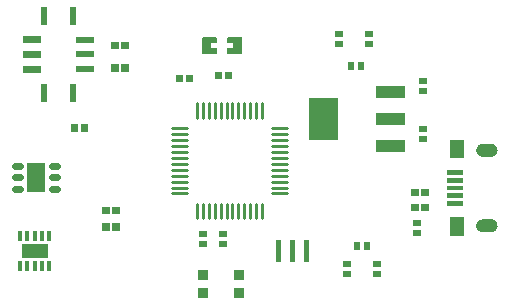
<source format=gtp>
G04 Layer: TopPasteMaskLayer*
G04 EasyEDA v6.4.31, 2022-03-03 13:31:49*
G04 40e5de87a7664572b24e6dd0e93d503d,d021fe9ff0164b2b908f64b513dd86bf,10*
G04 Gerber Generator version 0.2*
G04 Scale: 100 percent, Rotated: No, Reflected: No *
G04 Dimensions in millimeters *
G04 leading zeros omitted , absolute positions ,4 integer and 5 decimal *
%FSLAX45Y45*%
%MOMM*%

%ADD14C,0.5600*%
%ADD15C,0.2700*%
%ADD17R,0.5999X0.6500*%
%ADD18R,0.6500X0.5999*%
%ADD19R,0.8103X0.8103*%
%ADD23R,1.5011X0.5994*%
%ADD24R,0.5994X1.5011*%
%ADD25R,0.3360X0.8250*%
%ADD26R,2.2000X1.2000*%

%LPD*%
G36*
X5052517Y5404205D02*
G01*
X5045760Y5403748D01*
X5039156Y5402478D01*
X5032756Y5400395D01*
X5026609Y5397550D01*
X5020919Y5393944D01*
X5015687Y5389727D01*
X5011013Y5384850D01*
X5006949Y5379466D01*
X5003596Y5373624D01*
X5000955Y5367426D01*
X4999126Y5360924D01*
X4998110Y5354269D01*
X4997907Y5347512D01*
X4998516Y5340807D01*
X4999939Y5334203D01*
X5002174Y5327853D01*
X5005171Y5321808D01*
X5008880Y5316169D01*
X5013248Y5311038D01*
X5018227Y5306466D01*
X5023713Y5302554D01*
X5029657Y5299354D01*
X5035905Y5296865D01*
X5042458Y5295188D01*
X5049113Y5294325D01*
X5122519Y5294223D01*
X5129225Y5294680D01*
X5132578Y5295188D01*
X5139080Y5296865D01*
X5145379Y5299354D01*
X5151272Y5302554D01*
X5156758Y5306466D01*
X5161737Y5311038D01*
X5166106Y5316169D01*
X5169814Y5321808D01*
X5172811Y5327853D01*
X5175046Y5334203D01*
X5176469Y5340807D01*
X5177129Y5347512D01*
X5176875Y5354269D01*
X5175859Y5360924D01*
X5174030Y5367426D01*
X5171389Y5373624D01*
X5168036Y5379466D01*
X5164023Y5384850D01*
X5159349Y5389727D01*
X5154117Y5393944D01*
X5148376Y5397550D01*
X5142280Y5400395D01*
X5135829Y5402478D01*
X5129225Y5403748D01*
X5122519Y5404205D01*
G37*
G36*
X5052517Y4764227D02*
G01*
X5049113Y4764125D01*
X5042408Y4763262D01*
X5035804Y4761636D01*
X5029504Y4759198D01*
X5023561Y4755946D01*
X5020716Y4754118D01*
X5015433Y4749850D01*
X5010708Y4744974D01*
X5006644Y4739589D01*
X5003241Y4733747D01*
X5000599Y4727498D01*
X4998770Y4720996D01*
X4997754Y4714290D01*
X4997500Y4707534D01*
X4998161Y4700778D01*
X4999583Y4694174D01*
X5000599Y4690922D01*
X5003241Y4684674D01*
X5006644Y4678832D01*
X5010708Y4673396D01*
X5015433Y4668570D01*
X5020716Y4664303D01*
X5026456Y4660747D01*
X5032654Y4657902D01*
X5039106Y4655870D01*
X5045760Y4654600D01*
X5052517Y4654194D01*
X5125872Y4654296D01*
X5129276Y4654600D01*
X5135930Y4655870D01*
X5142382Y4657902D01*
X5148529Y4660747D01*
X5154269Y4664303D01*
X5159552Y4668570D01*
X5164277Y4673396D01*
X5168341Y4678832D01*
X5171744Y4684674D01*
X5174386Y4690922D01*
X5176215Y4697425D01*
X5177282Y4704130D01*
X5177485Y4710887D01*
X5176875Y4717643D01*
X5175402Y4724247D01*
X5173167Y4730648D01*
X5170119Y4736693D01*
X5166410Y4742332D01*
X5161991Y4747514D01*
X5156962Y4752035D01*
X5154269Y4754118D01*
X5148529Y4757674D01*
X5142382Y4760518D01*
X5135930Y4762550D01*
X5129276Y4763770D01*
X5122519Y4764227D01*
G37*
G36*
X4753508Y4919218D02*
G01*
X4753508Y4879187D01*
X4883505Y4879187D01*
X4883505Y4919218D01*
G37*
G36*
X4753508Y5179212D02*
G01*
X4753508Y5139182D01*
X4883505Y5139182D01*
X4883505Y5179212D01*
G37*
G36*
X4753508Y5114188D02*
G01*
X4753508Y5074208D01*
X4883505Y5074208D01*
X4883505Y5114188D01*
G37*
G36*
X4753508Y5049215D02*
G01*
X4753508Y5009184D01*
X4883505Y5009184D01*
X4883505Y5049215D01*
G37*
G36*
X4753508Y4984191D02*
G01*
X4753508Y4944211D01*
X4883505Y4944211D01*
X4883505Y4984191D01*
G37*
G36*
X4774488Y5439206D02*
G01*
X4774488Y5279186D01*
X4894529Y5279186D01*
X4894529Y5439206D01*
G37*
G36*
X4774488Y4779213D02*
G01*
X4774488Y4619193D01*
X4894529Y4619193D01*
X4894529Y4779213D01*
G37*
G36*
X2679801Y6304686D02*
G01*
X2674772Y6299708D01*
X2674772Y6171692D01*
X2679801Y6166713D01*
X2794812Y6166713D01*
X2799791Y6171692D01*
X2799283Y6213703D01*
X2755290Y6213703D01*
X2755290Y6258712D01*
X2800299Y6258712D01*
X2799791Y6299708D01*
X2794812Y6304686D01*
G37*
G36*
X2894787Y6304686D02*
G01*
X2889808Y6299708D01*
X2890316Y6258712D01*
X2934309Y6258712D01*
X2934309Y6213703D01*
X2889808Y6213703D01*
X2889808Y6171692D01*
X2894787Y6166713D01*
X3009798Y6166713D01*
X3014776Y6171692D01*
X3014776Y6299708D01*
X3009798Y6304686D01*
G37*
D14*
X1095763Y5218099D02*
G01*
X1134765Y5218099D01*
X1095763Y5118100D02*
G01*
X1134765Y5118100D01*
X1095763Y5018100D02*
G01*
X1134765Y5018100D01*
X1405262Y5018100D02*
G01*
X1444264Y5018100D01*
X1405262Y5118100D02*
G01*
X1444264Y5118100D01*
X1405262Y5218099D02*
G01*
X1444264Y5218099D01*
D15*
X2633294Y4894305D02*
G01*
X2633294Y4771306D01*
X2683306Y4894305D02*
G01*
X2683306Y4771306D01*
X2733293Y4894305D02*
G01*
X2733293Y4771306D01*
X2783306Y4894305D02*
G01*
X2783306Y4771306D01*
X2833293Y4894305D02*
G01*
X2833293Y4771306D01*
X2883306Y4894305D02*
G01*
X2883306Y4771306D01*
X2933293Y4894305D02*
G01*
X2933293Y4771306D01*
X2983306Y4894305D02*
G01*
X2983306Y4771306D01*
X3033293Y4894305D02*
G01*
X3033293Y4771306D01*
X3083306Y4894305D02*
G01*
X3083306Y4771306D01*
X3133293Y4894305D02*
G01*
X3133293Y4771306D01*
X3183305Y4894305D02*
G01*
X3183305Y4771306D01*
X3271794Y4982794D02*
G01*
X3394793Y4982794D01*
X3271794Y5032806D02*
G01*
X3394793Y5032806D01*
X3271794Y5082794D02*
G01*
X3394793Y5082794D01*
X3271794Y5132806D02*
G01*
X3394793Y5132806D01*
X3271794Y5182793D02*
G01*
X3394793Y5182793D01*
X3271794Y5232806D02*
G01*
X3394793Y5232806D01*
X3271794Y5282793D02*
G01*
X3394793Y5282793D01*
X3271794Y5332806D02*
G01*
X3394793Y5332806D01*
X3271794Y5382793D02*
G01*
X3394793Y5382793D01*
X3271794Y5432805D02*
G01*
X3394793Y5432805D01*
X3271794Y5482793D02*
G01*
X3394793Y5482793D01*
X3271794Y5532805D02*
G01*
X3394793Y5532805D01*
X3183305Y5744291D02*
G01*
X3183305Y5621291D01*
X3133293Y5744291D02*
G01*
X3133293Y5621291D01*
X3083306Y5744291D02*
G01*
X3083306Y5621291D01*
X3033293Y5744291D02*
G01*
X3033293Y5621291D01*
X2983306Y5744291D02*
G01*
X2983306Y5621291D01*
X2933293Y5744291D02*
G01*
X2933293Y5621291D01*
X2883306Y5744291D02*
G01*
X2883306Y5621291D01*
X2833293Y5744291D02*
G01*
X2833293Y5621291D01*
X2783306Y5744291D02*
G01*
X2783306Y5621291D01*
X2733293Y5744291D02*
G01*
X2733293Y5621291D01*
X2683306Y5744291D02*
G01*
X2683306Y5621291D01*
X2633294Y5744291D02*
G01*
X2633294Y5621291D01*
X2421808Y5532805D02*
G01*
X2544808Y5532805D01*
X2421808Y5482793D02*
G01*
X2544808Y5482793D01*
X2421808Y5432805D02*
G01*
X2544808Y5432805D01*
X2421808Y5382793D02*
G01*
X2544808Y5382793D01*
X2421808Y5332806D02*
G01*
X2544808Y5332806D01*
X2421808Y5282793D02*
G01*
X2544808Y5282793D01*
X2421808Y5232806D02*
G01*
X2544808Y5232806D01*
X2421808Y5182793D02*
G01*
X2544808Y5182793D01*
X2421808Y5132806D02*
G01*
X2544808Y5132806D01*
X2421808Y5082794D02*
G01*
X2544808Y5082794D01*
X2421808Y5032806D02*
G01*
X2544808Y5032806D01*
X2421808Y4982794D02*
G01*
X2544808Y4982794D01*
D17*
G01*
X3983481Y4533900D03*
G01*
X4068318Y4533900D03*
D18*
G01*
X4546600Y5528818D03*
G01*
X4546600Y5443981D03*
G01*
X4546600Y5850381D03*
G01*
X4546600Y5935218D03*
D17*
G01*
X3932681Y6057900D03*
G01*
X4017518Y6057900D03*
D18*
G01*
X4495800Y4643881D03*
G01*
X4495800Y4728718D03*
G36*
X2869920Y6014186D02*
G01*
X2929915Y6014186D01*
X2929915Y5949213D01*
X2869920Y5949213D01*
G37*
G36*
X2785084Y6014186D02*
G01*
X2845079Y6014186D01*
X2845079Y5949213D01*
X2785084Y5949213D01*
G37*
G36*
X2539720Y5988786D02*
G01*
X2599715Y5988786D01*
X2599715Y5923813D01*
X2539720Y5923813D01*
G37*
G36*
X2454884Y5988786D02*
G01*
X2514879Y5988786D01*
X2514879Y5923813D01*
X2454884Y5923813D01*
G37*
G01*
X2680004Y4557572D03*
G01*
X2680004Y4642408D03*
G01*
X2850006Y4557572D03*
G01*
X2850006Y4642408D03*
G01*
X3898900Y4385818D03*
G01*
X3898900Y4300981D03*
G01*
X4152900Y4385818D03*
G01*
X4152900Y4300981D03*
G36*
X1993620Y6077686D02*
G01*
X2053615Y6077686D01*
X2053615Y6012713D01*
X1993620Y6012713D01*
G37*
G36*
X1908784Y6077686D02*
G01*
X1968779Y6077686D01*
X1968779Y6012713D01*
X1908784Y6012713D01*
G37*
G36*
X1993620Y6268186D02*
G01*
X2053615Y6268186D01*
X2053615Y6203213D01*
X1993620Y6203213D01*
G37*
G36*
X1908784Y6268186D02*
G01*
X1968779Y6268186D01*
X1968779Y6203213D01*
X1908784Y6203213D01*
G37*
G36*
X1650720Y5569686D02*
G01*
X1710715Y5569686D01*
X1710715Y5504713D01*
X1650720Y5504713D01*
G37*
G36*
X1565884Y5569686D02*
G01*
X1625879Y5569686D01*
X1625879Y5504713D01*
X1565884Y5504713D01*
G37*
G01*
X4089400Y6328918D03*
G01*
X4089400Y6244081D03*
G01*
X3835400Y6328918D03*
G01*
X3835400Y6244081D03*
G36*
X4533620Y4896586D02*
G01*
X4593615Y4896586D01*
X4593615Y4831613D01*
X4533620Y4831613D01*
G37*
G36*
X4448784Y4896586D02*
G01*
X4508779Y4896586D01*
X4508779Y4831613D01*
X4448784Y4831613D01*
G37*
G36*
X4533620Y5023586D02*
G01*
X4593615Y5023586D01*
X4593615Y4958613D01*
X4533620Y4958613D01*
G37*
G36*
X4448784Y5023586D02*
G01*
X4508779Y5023586D01*
X4508779Y4958613D01*
X4448784Y4958613D01*
G37*
G36*
X1917420Y4871186D02*
G01*
X1977415Y4871186D01*
X1977415Y4806213D01*
X1917420Y4806213D01*
G37*
G36*
X1832584Y4871186D02*
G01*
X1892579Y4871186D01*
X1892579Y4806213D01*
X1832584Y4806213D01*
G37*
G36*
X1917420Y4731486D02*
G01*
X1977415Y4731486D01*
X1977415Y4666513D01*
X1917420Y4666513D01*
G37*
G36*
X1832584Y4731486D02*
G01*
X1892579Y4731486D01*
X1892579Y4666513D01*
X1832584Y4666513D01*
G37*
D19*
G01*
X2680004Y4140200D03*
G01*
X2680004Y4292600D03*
G01*
X2984500Y4140200D03*
G01*
X2984500Y4292600D03*
G36*
X1194986Y5238099D02*
G01*
X1344988Y5238099D01*
X1344988Y4998100D01*
X1194986Y4998100D01*
G37*
D23*
G01*
X1686560Y6035039D03*
G01*
X1686560Y6159500D03*
G01*
X1686560Y6283960D03*
D24*
G01*
X1584960Y6484620D03*
G01*
X1336039Y6484620D03*
G36*
X1159382Y6313931D02*
G01*
X1309496Y6313931D01*
X1309496Y6253987D01*
X1159382Y6253987D01*
G37*
G36*
X1159382Y6189471D02*
G01*
X1309496Y6189471D01*
X1309496Y6129528D01*
X1159382Y6129528D01*
G37*
G36*
X1159382Y6065012D02*
G01*
X1309496Y6065012D01*
X1309496Y6005068D01*
X1159382Y6005068D01*
G37*
G01*
X1336039Y5834379D03*
G01*
X1584960Y5834379D03*
D25*
G01*
X1137310Y4372051D03*
G01*
X1197305Y4372051D03*
G01*
X1257300Y4372051D03*
G01*
X1317294Y4372051D03*
G01*
X1377289Y4372051D03*
G01*
X1377289Y4619548D03*
G01*
X1317294Y4619548D03*
G01*
X1257300Y4619548D03*
G01*
X1197305Y4619548D03*
G01*
X1137310Y4619548D03*
D26*
G01*
X1257300Y4495800D03*
G36*
X4394799Y5334398D02*
G01*
X4394799Y5432399D01*
X4147799Y5432399D01*
X4147799Y5334398D01*
G37*
G36*
X4394799Y5564400D02*
G01*
X4394799Y5662399D01*
X4147799Y5662399D01*
X4147799Y5564400D01*
G37*
G36*
X4394799Y5794400D02*
G01*
X4394799Y5892401D01*
X4147799Y5892401D01*
X4147799Y5794400D01*
G37*
G36*
X3827800Y5793399D02*
G01*
X3827800Y5433400D01*
X3580800Y5433400D01*
X3580800Y5793399D01*
G37*
G36*
X3299840Y4591050D02*
G01*
X3344799Y4591050D01*
X3344799Y4400550D01*
X3299840Y4400550D01*
G37*
G36*
X3419220Y4591050D02*
G01*
X3464179Y4591050D01*
X3464179Y4400550D01*
X3419220Y4400550D01*
G37*
G36*
X3538600Y4591050D02*
G01*
X3583559Y4591050D01*
X3583559Y4400550D01*
X3538600Y4400550D01*
G37*
M02*

</source>
